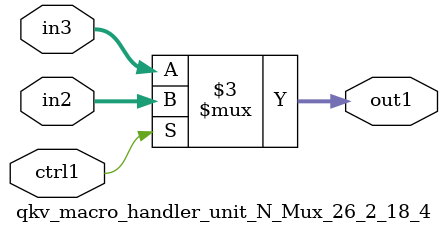
<source format=v>

`timescale 1ps / 1ps


module qkv_macro_handler_unit_N_Mux_26_2_18_4( in3, in2, ctrl1, out1 );

    input [25:0] in3;
    input [25:0] in2;
    input ctrl1;
    output [25:0] out1;
    reg [25:0] out1;

    
    // rtl_process:qkv_macro_handler_unit_N_Mux_26_2_18_4/qkv_macro_handler_unit_N_Mux_26_2_18_4_thread_1
    always @*
      begin : qkv_macro_handler_unit_N_Mux_26_2_18_4_thread_1
        case (ctrl1) 
          1'b1: 
            begin
              out1 = in2;
            end
          default: 
            begin
              out1 = in3;
            end
        endcase
      end

endmodule


</source>
